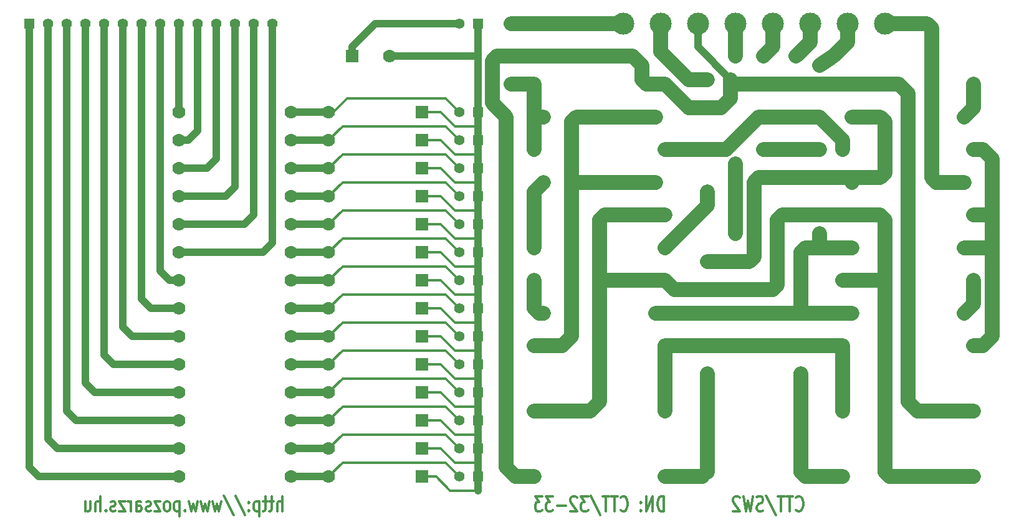
<source format=gbr>
G04 #@! TF.FileFunction,Copper,L2,Bot,Signal*
%FSLAX46Y46*%
G04 Gerber Fmt 4.6, Leading zero omitted, Abs format (unit mm)*
G04 Created by KiCad (PCBNEW 4.0.5+dfsg1-4+deb9u1) date Sun Sep  4 20:08:47 2022*
%MOMM*%
%LPD*%
G01*
G04 APERTURE LIST*
%ADD10C,0.100000*%
%ADD11C,0.304800*%
%ADD12R,1.778000X1.778000*%
%ADD13C,1.778000*%
%ADD14R,1.397000X1.397000*%
%ADD15C,1.397000*%
%ADD16C,2.999740*%
%ADD17C,1.099820*%
%ADD18C,1.000760*%
%ADD19C,1.998980*%
%ADD20C,0.350520*%
G04 APERTURE END LIST*
D10*
D11*
X189230000Y-141695714D02*
X189302571Y-141792476D01*
X189520285Y-141889238D01*
X189665428Y-141889238D01*
X189883143Y-141792476D01*
X190028285Y-141598952D01*
X190100857Y-141405429D01*
X190173428Y-141018381D01*
X190173428Y-140728095D01*
X190100857Y-140341048D01*
X190028285Y-140147524D01*
X189883143Y-139954000D01*
X189665428Y-139857238D01*
X189520285Y-139857238D01*
X189302571Y-139954000D01*
X189230000Y-140050762D01*
X188794571Y-139857238D02*
X187923714Y-139857238D01*
X188359143Y-141889238D02*
X188359143Y-139857238D01*
X187633428Y-139857238D02*
X186762571Y-139857238D01*
X187198000Y-141889238D02*
X187198000Y-139857238D01*
X185165999Y-139760476D02*
X186472285Y-142373048D01*
X184730571Y-141792476D02*
X184512857Y-141889238D01*
X184150000Y-141889238D01*
X184004857Y-141792476D01*
X183932286Y-141695714D01*
X183859714Y-141502190D01*
X183859714Y-141308667D01*
X183932286Y-141115143D01*
X184004857Y-141018381D01*
X184150000Y-140921619D01*
X184440286Y-140824857D01*
X184585428Y-140728095D01*
X184658000Y-140631333D01*
X184730571Y-140437810D01*
X184730571Y-140244286D01*
X184658000Y-140050762D01*
X184585428Y-139954000D01*
X184440286Y-139857238D01*
X184077428Y-139857238D01*
X183859714Y-139954000D01*
X183351714Y-139857238D02*
X182988857Y-141889238D01*
X182698571Y-140437810D01*
X182408285Y-141889238D01*
X182045428Y-139857238D01*
X181537428Y-140050762D02*
X181464857Y-139954000D01*
X181319714Y-139857238D01*
X180956857Y-139857238D01*
X180811714Y-139954000D01*
X180739143Y-140050762D01*
X180666571Y-140244286D01*
X180666571Y-140437810D01*
X180739143Y-140728095D01*
X181610000Y-141889238D01*
X180666571Y-141889238D01*
X171268572Y-141889238D02*
X171268572Y-139857238D01*
X170905715Y-139857238D01*
X170688000Y-139954000D01*
X170542858Y-140147524D01*
X170470286Y-140341048D01*
X170397715Y-140728095D01*
X170397715Y-141018381D01*
X170470286Y-141405429D01*
X170542858Y-141598952D01*
X170688000Y-141792476D01*
X170905715Y-141889238D01*
X171268572Y-141889238D01*
X169744572Y-141889238D02*
X169744572Y-139857238D01*
X168873715Y-141889238D01*
X168873715Y-139857238D01*
X168148001Y-141695714D02*
X168075429Y-141792476D01*
X168148001Y-141889238D01*
X168220572Y-141792476D01*
X168148001Y-141695714D01*
X168148001Y-141889238D01*
X168148001Y-140631333D02*
X168075429Y-140728095D01*
X168148001Y-140824857D01*
X168220572Y-140728095D01*
X168148001Y-140631333D01*
X168148001Y-140824857D01*
X165390287Y-141695714D02*
X165462858Y-141792476D01*
X165680572Y-141889238D01*
X165825715Y-141889238D01*
X166043430Y-141792476D01*
X166188572Y-141598952D01*
X166261144Y-141405429D01*
X166333715Y-141018381D01*
X166333715Y-140728095D01*
X166261144Y-140341048D01*
X166188572Y-140147524D01*
X166043430Y-139954000D01*
X165825715Y-139857238D01*
X165680572Y-139857238D01*
X165462858Y-139954000D01*
X165390287Y-140050762D01*
X164954858Y-139857238D02*
X164084001Y-139857238D01*
X164519430Y-141889238D02*
X164519430Y-139857238D01*
X163793715Y-139857238D02*
X162922858Y-139857238D01*
X163358287Y-141889238D02*
X163358287Y-139857238D01*
X161326286Y-139760476D02*
X162632572Y-142373048D01*
X160963430Y-139857238D02*
X160020001Y-139857238D01*
X160528001Y-140631333D01*
X160310287Y-140631333D01*
X160165144Y-140728095D01*
X160092573Y-140824857D01*
X160020001Y-141018381D01*
X160020001Y-141502190D01*
X160092573Y-141695714D01*
X160165144Y-141792476D01*
X160310287Y-141889238D01*
X160745715Y-141889238D01*
X160890858Y-141792476D01*
X160963430Y-141695714D01*
X159439429Y-140050762D02*
X159366858Y-139954000D01*
X159221715Y-139857238D01*
X158858858Y-139857238D01*
X158713715Y-139954000D01*
X158641144Y-140050762D01*
X158568572Y-140244286D01*
X158568572Y-140437810D01*
X158641144Y-140728095D01*
X159512001Y-141889238D01*
X158568572Y-141889238D01*
X157915429Y-141115143D02*
X156754286Y-141115143D01*
X156173715Y-139857238D02*
X155230286Y-139857238D01*
X155738286Y-140631333D01*
X155520572Y-140631333D01*
X155375429Y-140728095D01*
X155302858Y-140824857D01*
X155230286Y-141018381D01*
X155230286Y-141502190D01*
X155302858Y-141695714D01*
X155375429Y-141792476D01*
X155520572Y-141889238D01*
X155956000Y-141889238D01*
X156101143Y-141792476D01*
X156173715Y-141695714D01*
X154722286Y-139857238D02*
X153778857Y-139857238D01*
X154286857Y-140631333D01*
X154069143Y-140631333D01*
X153924000Y-140728095D01*
X153851429Y-140824857D01*
X153778857Y-141018381D01*
X153778857Y-141502190D01*
X153851429Y-141695714D01*
X153924000Y-141792476D01*
X154069143Y-141889238D01*
X154504571Y-141889238D01*
X154649714Y-141792476D01*
X154722286Y-141695714D01*
X119398140Y-141889238D02*
X119398140Y-139857238D01*
X118744997Y-141889238D02*
X118744997Y-140824857D01*
X118817568Y-140631333D01*
X118962711Y-140534571D01*
X119180426Y-140534571D01*
X119325568Y-140631333D01*
X119398140Y-140728095D01*
X118236997Y-140534571D02*
X117656426Y-140534571D01*
X118019283Y-139857238D02*
X118019283Y-141598952D01*
X117946711Y-141792476D01*
X117801569Y-141889238D01*
X117656426Y-141889238D01*
X117366140Y-140534571D02*
X116785569Y-140534571D01*
X117148426Y-139857238D02*
X117148426Y-141598952D01*
X117075854Y-141792476D01*
X116930712Y-141889238D01*
X116785569Y-141889238D01*
X116277569Y-140534571D02*
X116277569Y-142566571D01*
X116277569Y-140631333D02*
X116132426Y-140534571D01*
X115842140Y-140534571D01*
X115696997Y-140631333D01*
X115624426Y-140728095D01*
X115551855Y-140921619D01*
X115551855Y-141502190D01*
X115624426Y-141695714D01*
X115696997Y-141792476D01*
X115842140Y-141889238D01*
X116132426Y-141889238D01*
X116277569Y-141792476D01*
X114898712Y-141695714D02*
X114826140Y-141792476D01*
X114898712Y-141889238D01*
X114971283Y-141792476D01*
X114898712Y-141695714D01*
X114898712Y-141889238D01*
X114898712Y-140631333D02*
X114826140Y-140728095D01*
X114898712Y-140824857D01*
X114971283Y-140728095D01*
X114898712Y-140631333D01*
X114898712Y-140824857D01*
X113084426Y-139760476D02*
X114390712Y-142373048D01*
X111487855Y-139760476D02*
X112794141Y-142373048D01*
X111124999Y-140534571D02*
X110834713Y-141889238D01*
X110544427Y-140921619D01*
X110254142Y-141889238D01*
X109963856Y-140534571D01*
X109528428Y-140534571D02*
X109238142Y-141889238D01*
X108947856Y-140921619D01*
X108657571Y-141889238D01*
X108367285Y-140534571D01*
X107931857Y-140534571D02*
X107641571Y-141889238D01*
X107351285Y-140921619D01*
X107061000Y-141889238D01*
X106770714Y-140534571D01*
X106190143Y-141695714D02*
X106117571Y-141792476D01*
X106190143Y-141889238D01*
X106262714Y-141792476D01*
X106190143Y-141695714D01*
X106190143Y-141889238D01*
X105464429Y-140534571D02*
X105464429Y-142566571D01*
X105464429Y-140631333D02*
X105319286Y-140534571D01*
X105029000Y-140534571D01*
X104883857Y-140631333D01*
X104811286Y-140728095D01*
X104738715Y-140921619D01*
X104738715Y-141502190D01*
X104811286Y-141695714D01*
X104883857Y-141792476D01*
X105029000Y-141889238D01*
X105319286Y-141889238D01*
X105464429Y-141792476D01*
X103867858Y-141889238D02*
X104013000Y-141792476D01*
X104085572Y-141695714D01*
X104158143Y-141502190D01*
X104158143Y-140921619D01*
X104085572Y-140728095D01*
X104013000Y-140631333D01*
X103867858Y-140534571D01*
X103650143Y-140534571D01*
X103505000Y-140631333D01*
X103432429Y-140728095D01*
X103359858Y-140921619D01*
X103359858Y-141502190D01*
X103432429Y-141695714D01*
X103505000Y-141792476D01*
X103650143Y-141889238D01*
X103867858Y-141889238D01*
X102851858Y-140534571D02*
X102053572Y-140534571D01*
X102851858Y-141889238D01*
X102053572Y-141889238D01*
X101545572Y-141792476D02*
X101400429Y-141889238D01*
X101110144Y-141889238D01*
X100965001Y-141792476D01*
X100892429Y-141598952D01*
X100892429Y-141502190D01*
X100965001Y-141308667D01*
X101110144Y-141211905D01*
X101327858Y-141211905D01*
X101473001Y-141115143D01*
X101545572Y-140921619D01*
X101545572Y-140824857D01*
X101473001Y-140631333D01*
X101327858Y-140534571D01*
X101110144Y-140534571D01*
X100965001Y-140631333D01*
X99586144Y-141889238D02*
X99586144Y-140824857D01*
X99658715Y-140631333D01*
X99803858Y-140534571D01*
X100094144Y-140534571D01*
X100239287Y-140631333D01*
X99586144Y-141792476D02*
X99731287Y-141889238D01*
X100094144Y-141889238D01*
X100239287Y-141792476D01*
X100311858Y-141598952D01*
X100311858Y-141405429D01*
X100239287Y-141211905D01*
X100094144Y-141115143D01*
X99731287Y-141115143D01*
X99586144Y-141018381D01*
X98860430Y-141889238D02*
X98860430Y-140534571D01*
X98860430Y-140921619D02*
X98787858Y-140728095D01*
X98715287Y-140631333D01*
X98570144Y-140534571D01*
X98425001Y-140534571D01*
X98062144Y-140534571D02*
X97263858Y-140534571D01*
X98062144Y-141889238D01*
X97263858Y-141889238D01*
X96755858Y-141792476D02*
X96610715Y-141889238D01*
X96320430Y-141889238D01*
X96175287Y-141792476D01*
X96102715Y-141598952D01*
X96102715Y-141502190D01*
X96175287Y-141308667D01*
X96320430Y-141211905D01*
X96538144Y-141211905D01*
X96683287Y-141115143D01*
X96755858Y-140921619D01*
X96755858Y-140824857D01*
X96683287Y-140631333D01*
X96538144Y-140534571D01*
X96320430Y-140534571D01*
X96175287Y-140631333D01*
X95449573Y-141695714D02*
X95377001Y-141792476D01*
X95449573Y-141889238D01*
X95522144Y-141792476D01*
X95449573Y-141695714D01*
X95449573Y-141889238D01*
X94723859Y-141889238D02*
X94723859Y-139857238D01*
X94070716Y-141889238D02*
X94070716Y-140824857D01*
X94143287Y-140631333D01*
X94288430Y-140534571D01*
X94506145Y-140534571D01*
X94651287Y-140631333D01*
X94723859Y-140728095D01*
X92691859Y-140534571D02*
X92691859Y-141889238D01*
X93345002Y-140534571D02*
X93345002Y-141598952D01*
X93272430Y-141792476D01*
X93127288Y-141889238D01*
X92909573Y-141889238D01*
X92764430Y-141792476D01*
X92691859Y-141695714D01*
D12*
X128905000Y-80010000D03*
D13*
X133985000Y-80010000D03*
X125730000Y-137160000D03*
D12*
X138430000Y-137160000D03*
D13*
X125730000Y-133350000D03*
D12*
X138430000Y-133350000D03*
D13*
X125730000Y-129540000D03*
D12*
X138430000Y-129540000D03*
D13*
X125730000Y-125730000D03*
D12*
X138430000Y-125730000D03*
D13*
X125730000Y-121920000D03*
D12*
X138430000Y-121920000D03*
D13*
X125730000Y-118110000D03*
D12*
X138430000Y-118110000D03*
D13*
X125730000Y-114300000D03*
D12*
X138430000Y-114300000D03*
D13*
X125730000Y-110490000D03*
D12*
X138430000Y-110490000D03*
D13*
X125730000Y-106680000D03*
D12*
X138430000Y-106680000D03*
D13*
X125730000Y-102870000D03*
D12*
X138430000Y-102870000D03*
D13*
X125730000Y-99060000D03*
D12*
X138430000Y-99060000D03*
D13*
X125730000Y-95250000D03*
D12*
X138430000Y-95250000D03*
D13*
X125730000Y-91440000D03*
D12*
X138430000Y-91440000D03*
D13*
X125730000Y-87630000D03*
D12*
X138430000Y-87630000D03*
D13*
X120650000Y-137160000D03*
X105410000Y-137160000D03*
X105410000Y-133350000D03*
X120650000Y-133350000D03*
X120650000Y-129540000D03*
X105410000Y-129540000D03*
X120650000Y-125730000D03*
X105410000Y-125730000D03*
X120650000Y-121920000D03*
X105410000Y-121920000D03*
X120650000Y-118110000D03*
X105410000Y-118110000D03*
X120650000Y-114300000D03*
X105410000Y-114300000D03*
X120650000Y-110490000D03*
X105410000Y-110490000D03*
X105410000Y-106680000D03*
X120650000Y-106680000D03*
X105410000Y-102870000D03*
X120650000Y-102870000D03*
X105410000Y-99060000D03*
X120650000Y-99060000D03*
X105410000Y-95250000D03*
X120650000Y-95250000D03*
X105410000Y-91440000D03*
X120650000Y-91440000D03*
X105410000Y-87630000D03*
X120650000Y-87630000D03*
X170180000Y-88265000D03*
X154940000Y-88265000D03*
X170180000Y-97155000D03*
X154940000Y-97155000D03*
X189865000Y-107950000D03*
X189865000Y-123190000D03*
X196850000Y-114935000D03*
X212090000Y-114935000D03*
X170180000Y-114935000D03*
X154940000Y-114935000D03*
X196850000Y-106045000D03*
X212090000Y-106045000D03*
X177165000Y-83185000D03*
X177165000Y-98425000D03*
X177165000Y-123190000D03*
X177165000Y-107950000D03*
X212090000Y-88265000D03*
X196850000Y-88265000D03*
X195580000Y-128270000D03*
X213360000Y-128270000D03*
X171450000Y-128270000D03*
X153670000Y-128270000D03*
X195580000Y-119380000D03*
X213360000Y-119380000D03*
X171450000Y-119380000D03*
X153670000Y-119380000D03*
X195580000Y-137160000D03*
X213360000Y-137160000D03*
X213360000Y-110490000D03*
X195580000Y-110490000D03*
X153670000Y-110490000D03*
X171450000Y-110490000D03*
X213360000Y-101600000D03*
X195580000Y-101600000D03*
X153670000Y-101600000D03*
X171450000Y-101600000D03*
X213360000Y-92710000D03*
X195580000Y-92710000D03*
X153670000Y-92710000D03*
X171450000Y-92710000D03*
X153670000Y-137160000D03*
X171450000Y-137160000D03*
X195580000Y-83820000D03*
X213360000Y-83820000D03*
X171450000Y-83820000D03*
X153670000Y-83820000D03*
D14*
X146050000Y-129540000D03*
D15*
X143510000Y-129540000D03*
D14*
X146050000Y-125730000D03*
D15*
X143510000Y-125730000D03*
D14*
X146050000Y-121920000D03*
D15*
X143510000Y-121920000D03*
D14*
X146050000Y-118110000D03*
D15*
X143510000Y-118110000D03*
D14*
X146050000Y-137160000D03*
D15*
X143510000Y-137160000D03*
D14*
X146050000Y-114300000D03*
D15*
X143510000Y-114300000D03*
D14*
X146050000Y-110490000D03*
D15*
X143510000Y-110490000D03*
D14*
X146050000Y-106680000D03*
D15*
X143510000Y-106680000D03*
D14*
X146050000Y-102870000D03*
D15*
X143510000Y-102870000D03*
D14*
X146050000Y-99060000D03*
D15*
X143510000Y-99060000D03*
D14*
X146050000Y-95250000D03*
D15*
X143510000Y-95250000D03*
D14*
X146050000Y-133350000D03*
D15*
X143510000Y-133350000D03*
D14*
X146050000Y-91440000D03*
D15*
X143510000Y-91440000D03*
D14*
X146050000Y-87630000D03*
D15*
X143510000Y-87630000D03*
D16*
X201295000Y-75565000D03*
X196215000Y-75565000D03*
X191135000Y-75565000D03*
D14*
X85090000Y-75565000D03*
D15*
X87630000Y-75565000D03*
X90170000Y-75565000D03*
X92710000Y-75565000D03*
X95250000Y-75565000D03*
X97790000Y-75565000D03*
X100330000Y-75565000D03*
X102870000Y-75565000D03*
X105410000Y-75565000D03*
X107950000Y-75565000D03*
X110490000Y-75565000D03*
X113030000Y-75565000D03*
X115570000Y-75565000D03*
X118110000Y-75565000D03*
D14*
X146050000Y-75565000D03*
D15*
X143510000Y-75565000D03*
D16*
X165735000Y-75565000D03*
X170815000Y-75565000D03*
X175895000Y-75565000D03*
X180975000Y-75565000D03*
X186055000Y-75565000D03*
D17*
X150495000Y-83820000D03*
X150495000Y-75565000D03*
X171450000Y-106045000D03*
X153670000Y-106045000D03*
X192405000Y-104140000D03*
X192405000Y-92710000D03*
X184785000Y-92710000D03*
X184785000Y-80010000D03*
X196850000Y-97155000D03*
X212090000Y-97155000D03*
X180975000Y-104140000D03*
X180975000Y-94615000D03*
X180975000Y-80010000D03*
X180975000Y-119380000D03*
X189230000Y-80010000D03*
X189230000Y-101600000D03*
X192405000Y-81280000D03*
X192405000Y-88265000D03*
D18*
X102870000Y-75565000D02*
X102870000Y-78105000D01*
X95250000Y-75565000D02*
X95250000Y-78105000D01*
X92710000Y-75565000D02*
X92710000Y-78105000D01*
X85090000Y-75565000D02*
X85090000Y-78105000D01*
D19*
X170815000Y-79375000D02*
X174625000Y-83185000D01*
X174625000Y-83185000D02*
X177165000Y-83185000D01*
X170815000Y-75565000D02*
X170815000Y-79375000D01*
D18*
X101600000Y-114300000D02*
X105410000Y-114300000D01*
X100330000Y-113030000D02*
X101600000Y-114300000D01*
X100330000Y-75565000D02*
X100330000Y-77470000D01*
X100330000Y-77470000D02*
X100330000Y-113030000D01*
X92710000Y-124460000D02*
X93980000Y-125730000D01*
X93980000Y-125730000D02*
X105410000Y-125730000D01*
X92710000Y-78105000D02*
X92710000Y-124460000D01*
X92710000Y-77470000D02*
X92710000Y-78105000D01*
X107950000Y-90170000D02*
X107950000Y-77470000D01*
X106680000Y-91440000D02*
X107950000Y-90170000D01*
X107950000Y-77470000D02*
X107950000Y-75565000D01*
X105410000Y-91440000D02*
X106680000Y-91440000D01*
X110490000Y-93980000D02*
X110490000Y-77470000D01*
X109220000Y-95250000D02*
X110490000Y-93980000D01*
X110490000Y-77470000D02*
X110490000Y-75565000D01*
X105410000Y-95250000D02*
X109220000Y-95250000D01*
X113030000Y-97790000D02*
X113030000Y-77470000D01*
X111760000Y-99060000D02*
X113030000Y-97790000D01*
X113030000Y-77470000D02*
X113030000Y-75565000D01*
X105410000Y-99060000D02*
X111760000Y-99060000D01*
X115570000Y-101600000D02*
X115570000Y-77470000D01*
X114300000Y-102870000D02*
X115570000Y-101600000D01*
X115570000Y-77470000D02*
X115570000Y-75565000D01*
X105410000Y-102870000D02*
X114300000Y-102870000D01*
X118110000Y-105410000D02*
X118110000Y-77470000D01*
X116840000Y-106680000D02*
X118110000Y-105410000D01*
X118110000Y-77470000D02*
X118110000Y-75565000D01*
X105410000Y-106680000D02*
X116840000Y-106680000D01*
X102870000Y-109220000D02*
X104140000Y-110490000D01*
X104140000Y-110490000D02*
X105410000Y-110490000D01*
X102870000Y-78105000D02*
X102870000Y-109220000D01*
X102870000Y-77470000D02*
X102870000Y-78105000D01*
X97790000Y-116840000D02*
X97790000Y-77470000D01*
X99060000Y-118110000D02*
X97790000Y-116840000D01*
X97790000Y-77470000D02*
X97790000Y-75565000D01*
X105410000Y-118110000D02*
X99060000Y-118110000D01*
X95250000Y-120650000D02*
X96520000Y-121920000D01*
X96520000Y-121920000D02*
X105410000Y-121920000D01*
X95250000Y-78105000D02*
X95250000Y-120650000D01*
X95250000Y-77470000D02*
X95250000Y-78105000D01*
X90170000Y-128270000D02*
X90170000Y-77470000D01*
X91440000Y-129540000D02*
X90170000Y-128270000D01*
X90170000Y-77470000D02*
X90170000Y-75565000D01*
X105410000Y-129540000D02*
X91440000Y-129540000D01*
X88900000Y-133350000D02*
X105410000Y-133350000D01*
X87630000Y-132080000D02*
X88900000Y-133350000D01*
X87630000Y-75565000D02*
X87630000Y-77470000D01*
X87630000Y-77470000D02*
X87630000Y-132080000D01*
X86360000Y-137160000D02*
X85090000Y-135890000D01*
X85090000Y-78105000D02*
X85090000Y-77470000D01*
X85090000Y-135890000D02*
X85090000Y-78105000D01*
X105410000Y-137160000D02*
X86360000Y-137160000D01*
X105410000Y-77470000D02*
X105410000Y-75565000D01*
X105410000Y-87630000D02*
X105410000Y-77470000D01*
D20*
X140970000Y-121920000D02*
X142875000Y-123825000D01*
X142875000Y-123825000D02*
X146050000Y-123825000D01*
X138430000Y-121920000D02*
X140970000Y-121920000D01*
X140970000Y-125730000D02*
X142875000Y-127635000D01*
X142875000Y-127635000D02*
X146050000Y-127635000D01*
X138430000Y-125730000D02*
X140970000Y-125730000D01*
X140970000Y-129540000D02*
X142875000Y-131445000D01*
X142875000Y-131445000D02*
X146050000Y-131445000D01*
X138430000Y-129540000D02*
X140970000Y-129540000D01*
X140970000Y-133350000D02*
X142875000Y-135255000D01*
X142875000Y-135255000D02*
X146050000Y-135255000D01*
X138430000Y-133350000D02*
X140970000Y-133350000D01*
X142240000Y-139065000D02*
X146050000Y-139065000D01*
X140335000Y-137160000D02*
X142240000Y-139065000D01*
D18*
X146050000Y-139065000D02*
X146050000Y-137160000D01*
D20*
X138430000Y-137160000D02*
X140335000Y-137160000D01*
X140970000Y-114300000D02*
X142875000Y-116205000D01*
X142875000Y-116205000D02*
X146050000Y-116205000D01*
X138430000Y-114300000D02*
X140970000Y-114300000D01*
X140970000Y-118110000D02*
X142875000Y-120015000D01*
X142875000Y-120015000D02*
X146050000Y-120015000D01*
X138430000Y-118110000D02*
X140970000Y-118110000D01*
X140970000Y-106680000D02*
X142875000Y-108585000D01*
X142875000Y-108585000D02*
X146050000Y-108585000D01*
X138430000Y-106680000D02*
X140970000Y-106680000D01*
X140970000Y-110490000D02*
X142875000Y-112395000D01*
X142875000Y-112395000D02*
X146050000Y-112395000D01*
X138430000Y-110490000D02*
X140970000Y-110490000D01*
X140970000Y-99060000D02*
X142875000Y-100965000D01*
X142875000Y-100965000D02*
X146050000Y-100965000D01*
X138430000Y-99060000D02*
X140970000Y-99060000D01*
X140970000Y-102870000D02*
X142875000Y-104775000D01*
X142875000Y-104775000D02*
X146050000Y-104775000D01*
X138430000Y-102870000D02*
X140970000Y-102870000D01*
X140970000Y-95250000D02*
X142875000Y-97155000D01*
X142875000Y-97155000D02*
X146050000Y-97155000D01*
X138430000Y-95250000D02*
X140970000Y-95250000D01*
X140970000Y-91440000D02*
X142875000Y-93345000D01*
X142875000Y-93345000D02*
X146050000Y-93345000D01*
X138430000Y-91440000D02*
X140970000Y-91440000D01*
X140970000Y-87630000D02*
X142875000Y-89535000D01*
X142875000Y-89535000D02*
X146050000Y-89535000D01*
X138430000Y-87630000D02*
X140970000Y-87630000D01*
D18*
X146050000Y-135255000D02*
X146050000Y-137160000D01*
X146050000Y-131445000D02*
X146050000Y-135255000D01*
X146050000Y-128270000D02*
X146050000Y-131445000D01*
X146050000Y-127635000D02*
X146050000Y-128270000D01*
X146050000Y-123825000D02*
X146050000Y-127635000D01*
X146050000Y-120015000D02*
X146050000Y-123825000D01*
X146050000Y-116205000D02*
X146050000Y-120015000D01*
X146050000Y-112395000D02*
X146050000Y-116205000D01*
X146050000Y-108585000D02*
X146050000Y-112395000D01*
X146050000Y-104775000D02*
X146050000Y-108585000D01*
X146050000Y-100965000D02*
X146050000Y-104775000D01*
X146050000Y-97155000D02*
X146050000Y-100965000D01*
X146050000Y-93345000D02*
X146050000Y-97155000D01*
X146050000Y-89535000D02*
X146050000Y-93345000D01*
X146050000Y-87630000D02*
X146050000Y-89535000D01*
X146050000Y-80645000D02*
X146050000Y-87630000D01*
X146050000Y-80010000D02*
X146050000Y-80645000D01*
X143510000Y-75565000D02*
X132080000Y-75565000D01*
X128905000Y-80010000D02*
X128905000Y-78740000D01*
X128905000Y-78740000D02*
X132080000Y-75565000D01*
X146050000Y-80010000D02*
X146050000Y-77470000D01*
X146050000Y-75565000D02*
X146050000Y-77470000D01*
X133985000Y-80010000D02*
X146050000Y-80010000D01*
D20*
X127635000Y-135255000D02*
X141605000Y-135255000D01*
X141605000Y-135255000D02*
X143510000Y-137160000D01*
X125730000Y-137160000D02*
X127635000Y-135255000D01*
D18*
X120650000Y-137160000D02*
X125730000Y-137160000D01*
D20*
X127635000Y-131445000D02*
X141605000Y-131445000D01*
X141605000Y-131445000D02*
X143510000Y-133350000D01*
X125730000Y-133350000D02*
X127635000Y-131445000D01*
D18*
X125730000Y-133350000D02*
X120650000Y-133350000D01*
D20*
X127635000Y-127635000D02*
X141605000Y-127635000D01*
X141605000Y-127635000D02*
X143510000Y-129540000D01*
X125730000Y-129540000D02*
X127635000Y-127635000D01*
D18*
X120650000Y-129540000D02*
X125730000Y-129540000D01*
D20*
X127635000Y-123825000D02*
X141605000Y-123825000D01*
X141605000Y-123825000D02*
X143510000Y-125730000D01*
X125730000Y-125730000D02*
X127635000Y-123825000D01*
D18*
X120650000Y-125730000D02*
X125730000Y-125730000D01*
D20*
X127635000Y-120015000D02*
X141605000Y-120015000D01*
X141605000Y-120015000D02*
X143510000Y-121920000D01*
X125730000Y-121920000D02*
X127635000Y-120015000D01*
D18*
X125730000Y-121920000D02*
X120650000Y-121920000D01*
D20*
X127635000Y-116205000D02*
X141605000Y-116205000D01*
X141605000Y-116205000D02*
X143510000Y-118110000D01*
X125730000Y-118110000D02*
X127635000Y-116205000D01*
D18*
X120650000Y-118110000D02*
X125730000Y-118110000D01*
D20*
X127635000Y-112395000D02*
X141605000Y-112395000D01*
X141605000Y-112395000D02*
X143510000Y-114300000D01*
X125730000Y-114300000D02*
X127635000Y-112395000D01*
D18*
X120650000Y-114300000D02*
X125730000Y-114300000D01*
D20*
X127635000Y-108585000D02*
X141605000Y-108585000D01*
X141605000Y-108585000D02*
X143510000Y-110490000D01*
X125730000Y-110490000D02*
X127635000Y-108585000D01*
D18*
X125730000Y-110490000D02*
X120650000Y-110490000D01*
D20*
X127635000Y-104775000D02*
X141605000Y-104775000D01*
X141605000Y-104775000D02*
X143510000Y-106680000D01*
X125730000Y-106680000D02*
X127635000Y-104775000D01*
D18*
X120650000Y-106680000D02*
X125730000Y-106680000D01*
D20*
X127635000Y-100965000D02*
X141605000Y-100965000D01*
X141605000Y-100965000D02*
X143510000Y-102870000D01*
X125730000Y-102870000D02*
X127635000Y-100965000D01*
D18*
X120650000Y-102870000D02*
X125730000Y-102870000D01*
D20*
X127635000Y-97155000D02*
X141605000Y-97155000D01*
X141605000Y-97155000D02*
X143510000Y-99060000D01*
X125730000Y-99060000D02*
X127635000Y-97155000D01*
D18*
X120650000Y-99060000D02*
X125730000Y-99060000D01*
D20*
X127635000Y-93345000D02*
X141605000Y-93345000D01*
X141605000Y-93345000D02*
X143510000Y-95250000D01*
X125730000Y-95250000D02*
X127635000Y-93345000D01*
D18*
X120650000Y-95250000D02*
X125730000Y-95250000D01*
D20*
X127635000Y-89535000D02*
X141605000Y-89535000D01*
X141605000Y-89535000D02*
X143510000Y-91440000D01*
X125730000Y-91440000D02*
X127635000Y-89535000D01*
D18*
X120650000Y-91440000D02*
X125730000Y-91440000D01*
D20*
X126365000Y-87630000D02*
X128270000Y-85725000D01*
X128270000Y-85725000D02*
X141605000Y-85725000D01*
X141605000Y-85725000D02*
X143510000Y-87630000D01*
X125730000Y-87630000D02*
X126365000Y-87630000D01*
D18*
X125730000Y-87630000D02*
X120650000Y-87630000D01*
D19*
X170180000Y-97155000D02*
X158750000Y-97155000D01*
X159385000Y-88265000D02*
X158750000Y-88900000D01*
X158750000Y-97155000D02*
X158750000Y-118110000D01*
X158750000Y-88900000D02*
X158750000Y-97155000D01*
X158750000Y-118110000D02*
X157480000Y-119380000D01*
X157480000Y-119380000D02*
X153670000Y-119380000D01*
X170180000Y-88265000D02*
X159385000Y-88265000D01*
X150495000Y-75565000D02*
X165735000Y-75565000D01*
X153670000Y-83820000D02*
X150495000Y-83820000D01*
X154940000Y-88265000D02*
X153670000Y-88265000D01*
X153670000Y-88265000D02*
X153670000Y-92710000D01*
X153670000Y-83820000D02*
X153670000Y-88265000D01*
X177165000Y-100330000D02*
X171450000Y-106045000D01*
X153670000Y-106045000D02*
X153670000Y-101600000D01*
X177165000Y-98425000D02*
X177165000Y-100330000D01*
X153670000Y-98425000D02*
X153670000Y-101600000D01*
X154940000Y-97155000D02*
X153670000Y-98425000D01*
X192405000Y-92710000D02*
X184785000Y-92710000D01*
X184785000Y-80010000D02*
X186055000Y-78740000D01*
X186055000Y-78740000D02*
X186055000Y-75565000D01*
X192405000Y-106045000D02*
X192405000Y-104140000D01*
X189865000Y-106680000D02*
X190500000Y-106045000D01*
X192405000Y-106045000D02*
X196850000Y-106045000D01*
X190500000Y-106045000D02*
X192405000Y-106045000D01*
X189865000Y-114935000D02*
X189865000Y-106680000D01*
X189865000Y-114935000D02*
X170180000Y-114935000D01*
X196850000Y-114935000D02*
X189865000Y-114935000D01*
X190500000Y-137160000D02*
X189865000Y-136525000D01*
X189865000Y-136525000D02*
X189865000Y-123190000D01*
X192405000Y-137160000D02*
X190500000Y-137160000D01*
X195580000Y-137160000D02*
X192405000Y-137160000D01*
X213360000Y-113665000D02*
X213360000Y-110490000D01*
X212090000Y-114935000D02*
X213360000Y-113665000D01*
X154305000Y-114935000D02*
X153670000Y-114300000D01*
X153670000Y-114300000D02*
X153670000Y-110490000D01*
X154940000Y-114935000D02*
X154305000Y-114935000D01*
X214630000Y-92710000D02*
X215900000Y-93980000D01*
X213360000Y-101600000D02*
X215900000Y-101600000D01*
X213360000Y-92710000D02*
X214630000Y-92710000D01*
X212090000Y-106045000D02*
X215900000Y-106045000D01*
X214630000Y-119380000D02*
X215900000Y-118110000D01*
X215900000Y-106045000D02*
X215900000Y-102870000D01*
X215900000Y-118110000D02*
X215900000Y-106045000D01*
X213360000Y-119380000D02*
X214630000Y-119380000D01*
X215900000Y-101600000D02*
X215900000Y-102870000D01*
X215900000Y-93980000D02*
X215900000Y-101600000D01*
D18*
X176530000Y-137160000D02*
X177165000Y-136525000D01*
D19*
X177165000Y-136525000D02*
X177165000Y-123190000D01*
X171450000Y-137160000D02*
X176530000Y-137160000D01*
X212090000Y-97155000D02*
X208280000Y-97155000D01*
X208280000Y-97155000D02*
X207645000Y-96520000D01*
X207645000Y-96520000D02*
X207645000Y-76200000D01*
X207645000Y-76200000D02*
X207010000Y-75565000D01*
X207010000Y-75565000D02*
X201295000Y-75565000D01*
X196850000Y-96520000D02*
X196850000Y-97155000D01*
X200660000Y-88265000D02*
X201295000Y-88900000D01*
X201295000Y-88900000D02*
X201295000Y-95885000D01*
X201295000Y-95885000D02*
X200660000Y-96520000D01*
X196850000Y-96520000D02*
X184150000Y-96520000D01*
X197485000Y-96520000D02*
X196850000Y-96520000D01*
X200660000Y-96520000D02*
X197485000Y-96520000D01*
X184150000Y-96520000D02*
X183515000Y-97155000D01*
X183515000Y-97155000D02*
X183515000Y-107315000D01*
X183515000Y-107315000D02*
X182880000Y-107950000D01*
X182880000Y-107950000D02*
X177165000Y-107950000D01*
X196850000Y-88265000D02*
X200660000Y-88265000D01*
X213360000Y-86995000D02*
X212090000Y-88265000D01*
X213360000Y-83820000D02*
X213360000Y-86995000D01*
X180975000Y-104140000D02*
X180975000Y-94615000D01*
X180975000Y-75565000D02*
X180975000Y-80010000D01*
X171450000Y-119380000D02*
X171450000Y-128270000D01*
X180975000Y-119380000D02*
X195580000Y-119380000D01*
X180340000Y-119380000D02*
X180975000Y-119380000D01*
X171450000Y-119380000D02*
X180340000Y-119380000D01*
X195580000Y-119380000D02*
X195580000Y-128270000D01*
X195580000Y-83820000D02*
X180340000Y-83820000D01*
X180340000Y-83185000D02*
X180340000Y-83820000D01*
X180340000Y-85725000D02*
X180340000Y-83185000D01*
X179070000Y-86995000D02*
X180340000Y-85725000D01*
X174625000Y-86995000D02*
X179070000Y-86995000D01*
X171450000Y-83820000D02*
X174625000Y-86995000D01*
X149860000Y-135890000D02*
X149860000Y-97790000D01*
X149860000Y-97790000D02*
X149860000Y-89535000D01*
X151130000Y-137160000D02*
X149860000Y-135890000D01*
X151130000Y-80010000D02*
X165735000Y-80010000D01*
X171450000Y-83820000D02*
X168910000Y-83820000D01*
X168275000Y-83185000D02*
X168275000Y-81280000D01*
X168910000Y-83820000D02*
X168275000Y-83185000D01*
X165735000Y-80010000D02*
X167005000Y-80010000D01*
X167005000Y-80010000D02*
X168275000Y-81280000D01*
X151130000Y-80010000D02*
X148590000Y-80010000D01*
X149860000Y-88265000D02*
X149860000Y-89535000D01*
X147955000Y-86360000D02*
X149860000Y-88265000D01*
X147955000Y-80645000D02*
X147955000Y-86360000D01*
X148590000Y-80010000D02*
X147955000Y-80645000D01*
X153670000Y-137160000D02*
X151130000Y-137160000D01*
X203200000Y-83820000D02*
X204470000Y-85090000D01*
X204470000Y-85090000D02*
X204470000Y-127000000D01*
X204470000Y-127000000D02*
X205740000Y-128270000D01*
X205740000Y-128270000D02*
X213360000Y-128270000D01*
X195580000Y-83820000D02*
X203200000Y-83820000D01*
D18*
X175895000Y-78740000D02*
X180340000Y-83185000D01*
X175895000Y-75565000D02*
X175895000Y-78740000D01*
D19*
X162560000Y-110490000D02*
X164465000Y-110490000D01*
X162560000Y-102235000D02*
X163195000Y-101600000D01*
X163195000Y-101600000D02*
X171450000Y-101600000D01*
X162560000Y-110490000D02*
X162560000Y-102235000D01*
X162560000Y-111760000D02*
X162560000Y-110490000D01*
X187325000Y-101600000D02*
X186690000Y-102235000D01*
X186690000Y-102235000D02*
X186690000Y-111125000D01*
X186690000Y-111125000D02*
X186055000Y-111760000D01*
X186055000Y-111760000D02*
X172720000Y-111760000D01*
X172720000Y-111760000D02*
X171450000Y-110490000D01*
X189230000Y-101600000D02*
X187325000Y-101600000D01*
X195580000Y-101600000D02*
X189230000Y-101600000D01*
X195580000Y-110490000D02*
X201295000Y-110490000D01*
X200660000Y-101600000D02*
X201295000Y-102235000D01*
X201295000Y-110490000D02*
X201295000Y-136525000D01*
X201295000Y-102235000D02*
X201295000Y-110490000D01*
X201295000Y-136525000D02*
X201930000Y-137160000D01*
X201930000Y-137160000D02*
X213360000Y-137160000D01*
X195580000Y-101600000D02*
X200660000Y-101600000D01*
X164465000Y-110490000D02*
X171450000Y-110490000D01*
X162560000Y-112395000D02*
X162560000Y-111760000D01*
X162560000Y-127000000D02*
X162560000Y-112395000D01*
X161290000Y-128270000D02*
X162560000Y-127000000D01*
X153670000Y-128270000D02*
X161290000Y-128270000D01*
X191135000Y-78105000D02*
X189230000Y-80010000D01*
X191135000Y-75565000D02*
X191135000Y-78105000D01*
X195580000Y-91440000D02*
X192405000Y-88265000D01*
X195580000Y-92710000D02*
X195580000Y-91440000D01*
X179705000Y-92710000D02*
X184150000Y-88265000D01*
X184150000Y-88265000D02*
X192405000Y-88265000D01*
X179070000Y-92710000D02*
X179705000Y-92710000D01*
X179070000Y-92710000D02*
X171450000Y-92710000D01*
X194310000Y-80010000D02*
X192405000Y-81280000D01*
X196215000Y-78105000D02*
X194310000Y-80010000D01*
X196215000Y-75565000D02*
X196215000Y-78105000D01*
M02*

</source>
